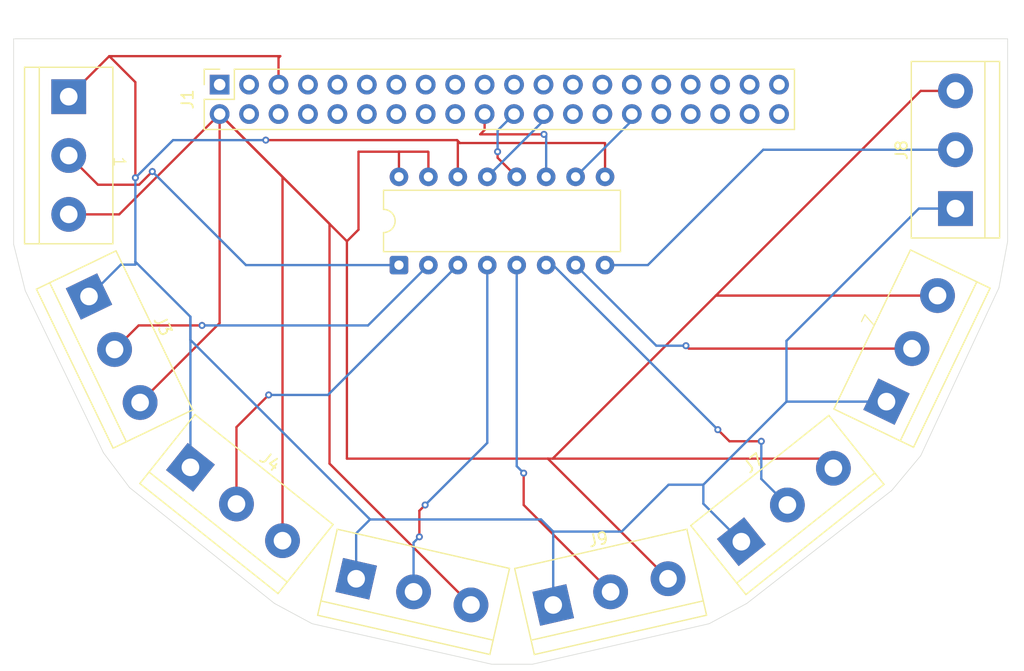
<source format=kicad_pcb>
(kicad_pcb (version 20241229) (generator "pcbnew") (generator_version "9.0")
  (layers (0 "F.Cu" signal) (2 "B.Cu" signal) (13 "F.Paste" user) (15 "B.Paste" user) (5 "F.SilkS" user "F.Silkscreen") (7 "B.SilkS" user "B.Silkscreen") (1 "F.Mask" user) (3 "B.Mask" user) (25 "Edge.Cuts" user))
  (net 0 "")
  (net 7 "Net-(J1-Pin_30)")
  (net 9 "Net-(J1-Pin_20)")
  (net 18 "Net-(J1-Pin_2)")
  (net 35 "Net-(J1-Pin_5)")
  (net 37 "Net-(J1-Pin_24)")
  (net 39 "Net-(J1-Pin_22)")
  (net 41 "Net-(J2-Pin_2)")
  (net 42 "Net-(J3-Pin_2)")
  (net 43 "Net-(J4-Pin_2)")
  (net 44 "Net-(J5-Pin_2)")
  (net 45 "Net-(J7-Pin_2)")
  (net 46 "Net-(J8-Pin_2)")
  (net 47 "Net-(J9-Pin_2)")
  (net 48 "Net-(J6-Pin_2)")
  (footprint "Connector_PinSocket_2.54mm:PinSocket_2x20_P2.54mm_Vertical" (layer "F.Cu") (at 37.52 15.21 90)
    (property "Reference" "J1" (at -1.27 -2.77 90) (layer "F.SilkS"))
    (property "Value" "Conn_02x20_Odd_Even")
    (fp_line (start 1.33 -1.33) (end 1.33 0) (stroke (width 0.12)) (layer "F.SilkS"))
    (fp_line (start 0 -1.33) (end 1.33 -1.33) (stroke (width 0.12)) (layer "F.SilkS"))
    (fp_line (start -1.27 -1.33) (end -1.27 1.27) (stroke (width 0.12)) (layer "F.SilkS"))
    (fp_line (start -3.87 -1.33) (end -1.27 -1.33) (stroke (width 0.12)) (layer "F.SilkS"))
    (fp_line (start -3.87 -1.33) (end -3.87 49.59) (stroke (width 0.12)) (layer "F.SilkS"))
    (fp_line (start 1.33 1.27) (end 1.33 49.59) (stroke (width 0.12)) (layer "F.SilkS"))
    (fp_line (start -1.27 1.27) (end 1.33 1.27) (stroke (width 0.12)) (layer "F.SilkS"))
    (fp_line (start -3.87 49.59) (end 1.33 49.59) (stroke (width 0.12)) (layer "F.SilkS"))
    (pad "1" thru_hole rect (at 0 0 90) (size 1.7 1.7) (drill 1) (layers "*.Cu" "*.Mask"))
    (pad "2" thru_hole circle (at -2.54 0 90) (size 1.7 1.7) (drill 1) (layers "*.Cu" "*.Mask") (net 18 "Net-(J1-Pin_2)"))
    (pad "3" thru_hole circle (at 0 2.54 90) (size 1.7 1.7) (drill 1) (layers "*.Cu" "*.Mask"))
    (pad "4" thru_hole circle (at -2.54 2.54 90) (size 1.7 1.7) (drill 1) (layers "*.Cu" "*.Mask"))
    (pad "5" thru_hole circle (at 0 5.08 90) (size 1.7 1.7) (drill 1) (layers "*.Cu" "*.Mask") (net 35 "Net-(J1-Pin_5)"))
    (pad "6" thru_hole circle (at -2.54 5.08 90) (size 1.7 1.7) (drill 1) (layers "*.Cu" "*.Mask"))
    (pad "7" thru_hole circle (at 0 7.62 90) (size 1.7 1.7) (drill 1) (layers "*.Cu" "*.Mask"))
    (pad "8" thru_hole circle (at -2.54 7.62 90) (size 1.7 1.7) (drill 1) (layers "*.Cu" "*.Mask"))
    (pad "9" thru_hole circle (at 0 10.16 90) (size 1.7 1.7) (drill 1) (layers "*.Cu" "*.Mask"))
    (pad "10" thru_hole circle (at -2.54 10.16 90) (size 1.7 1.7) (drill 1) (layers "*.Cu" "*.Mask"))
    (pad "11" thru_hole circle (at 0 12.7 90) (size 1.7 1.7) (drill 1) (layers "*.Cu" "*.Mask"))
    (pad "12" thru_hole circle (at -2.54 12.7 90) (size 1.7 1.7) (drill 1) (layers "*.Cu" "*.Mask"))
    (pad "13" thru_hole circle (at 0 15.24 90) (size 1.7 1.7) (drill 1) (layers "*.Cu" "*.Mask"))
    (pad "14" thru_hole circle (at -2.54 15.24 90) (size 1.7 1.7) (drill 1) (layers "*.Cu" "*.Mask"))
    (pad "15" thru_hole circle (at 0 17.78 90) (size 1.7 1.7) (drill 1) (layers "*.Cu" "*.Mask"))
    (pad "16" thru_hole circle (at -2.54 17.78 90) (size 1.7 1.7) (drill 1) (layers "*.Cu" "*.Mask"))
    (pad "17" thru_hole circle (at 0 20.32 90) (size 1.7 1.7) (drill 1) (layers "*.Cu" "*.Mask"))
    (pad "18" thru_hole circle (at -2.54 20.32 90) (size 1.7 1.7) (drill 1) (layers "*.Cu" "*.Mask"))
    (pad "19" thru_hole circle (at 0 22.86 90) (size 1.7 1.7) (drill 1) (layers "*.Cu" "*.Mask"))
    (pad "20" thru_hole circle (at -2.54 22.86 90) (size 1.7 1.7) (drill 1) (layers "*.Cu" "*.Mask") (net 9 "Net-(J1-Pin_20)"))
    (pad "21" thru_hole circle (at 0 25.4 90) (size 1.7 1.7) (drill 1) (layers "*.Cu" "*.Mask"))
    (pad "22" thru_hole circle (at -2.54 25.4 90) (size 1.7 1.7) (drill 1) (layers "*.Cu" "*.Mask") (net 39 "Net-(J1-Pin_22)"))
    (pad "23" thru_hole circle (at 0 27.94 90) (size 1.7 1.7) (drill 1) (layers "*.Cu" "*.Mask"))
    (pad "24" thru_hole circle (at -2.54 27.94 90) (size 1.7 1.7) (drill 1) (layers "*.Cu" "*.Mask") (net 37 "Net-(J1-Pin_24)"))
    (pad "25" thru_hole circle (at 0 30.48 90) (size 1.7 1.7) (drill 1) (layers "*.Cu" "*.Mask"))
    (pad "26" thru_hole circle (at -2.54 30.48 90) (size 1.7 1.7) (drill 1) (layers "*.Cu" "*.Mask"))
    (pad "27" thru_hole circle (at 0 33.02 90) (size 1.7 1.7) (drill 1) (layers "*.Cu" "*.Mask"))
    (pad "28" thru_hole circle (at -2.54 33.02 90) (size 1.7 1.7) (drill 1) (layers "*.Cu" "*.Mask"))
    (pad "29" thru_hole circle (at 0 35.56 90) (size 1.7 1.7) (drill 1) (layers "*.Cu" "*.Mask"))
    (pad "30" thru_hole circle (at -2.54 35.56 90) (size 1.7 1.7) (drill 1) (layers "*.Cu" "*.Mask") (net 7 "Net-(J1-Pin_30)"))
    (pad "31" thru_hole circle (at 0 38.1 90) (size 1.7 1.7) (drill 1) (layers "*.Cu" "*.Mask"))
    (pad "32" thru_hole circle (at -2.54 38.1 90) (size 1.7 1.7) (drill 1) (layers "*.Cu" "*.Mask"))
    (pad "33" thru_hole circle (at 0 40.64 90) (size 1.7 1.7) (drill 1) (layers "*.Cu" "*.Mask"))
    (pad "34" thru_hole circle (at -2.54 40.64 90) (size 1.7 1.7) (drill 1) (layers "*.Cu" "*.Mask"))
    (pad "35" thru_hole circle (at 0 43.18 90) (size 1.7 1.7) (drill 1) (layers "*.Cu" "*.Mask"))
    (pad "36" thru_hole circle (at -2.54 43.18 90) (size 1.7 1.7) (drill 1) (layers "*.Cu" "*.Mask"))
    (pad "37" thru_hole circle (at 0 45.72 90) (size 1.7 1.7) (drill 1) (layers "*.Cu" "*.Mask"))
    (pad "38" thru_hole circle (at -2.54 45.72 90) (size 1.7 1.7) (drill 1) (layers "*.Cu" "*.Mask"))
    (pad "39" thru_hole circle (at 0 48.26 90) (size 1.7 1.7) (drill 1) (layers "*.Cu" "*.Mask"))
    (pad "40" thru_hole circle (at -2.54 48.26 90) (size 1.7 1.7) (drill 1) (layers "*.Cu" "*.Mask"))
  )
  (footprint "TerminalBlock:TerminalBlock_bornier-3_P5.08mm" (layer "F.Cu") (at 101 25.91 90)
    (property "Reference" "J8" (at 5.05 -4.65 90) (layer "F.SilkS"))
    (property "Value" "Conn_01x03")
    (fp_line (start -2.54 -3.81) (end 12.7 -3.81) (stroke (width 0.12)) (layer "F.SilkS"))
    (fp_line (start -2.54 2.54) (end 12.7 2.54) (stroke (width 0.12)) (layer "F.SilkS"))
    (fp_line (start 12.7 3.81) (end 12.7 -3.81) (stroke (width 0.12)) (layer "F.SilkS"))
    (fp_line (start -2.54 3.81) (end -2.54 -3.81) (stroke (width 0.12)) (layer "F.SilkS"))
    (fp_line (start -2.54 3.81) (end 12.7 3.81) (stroke (width 0.12)) (layer "F.SilkS"))
    (pad "1" thru_hole rect (at 0 0 90) (size 3 3) (drill 1.52) (layers "*.Cu" "*.Mask") (net 35 "Net-(J1-Pin_5)"))
    (pad "2" thru_hole circle (at 5.08 0 90) (size 3 3) (drill 1.52) (layers "*.Cu" "*.Mask") (net 46 "Net-(J8-Pin_2)"))
    (pad "3" thru_hole circle (at 10.16 0 90) (size 3 3) (drill 1.52) (layers "*.Cu" "*.Mask") (net 18 "Net-(J1-Pin_2)"))
  )
  (footprint "TerminalBlock:TerminalBlock_bornier-3_P5.08mm" (layer "F.Cu") (at 24.5 16.25 -90)
    (property "Reference" "J2" (hide yes))
    (property "Value" "Conn_01x03")
    (fp_line (start -2.54 3.81) (end 12.7 3.81) (stroke (width 0.12)) (layer "F.SilkS"))
    (fp_line (start -2.54 3.81) (end -2.54 -3.81) (stroke (width 0.12)) (layer "F.SilkS"))
    (fp_line (start 12.7 3.81) (end 12.7 -3.81) (stroke (width 0.12)) (layer "F.SilkS"))
    (fp_line (start -2.54 2.54) (end 12.7 2.54) (stroke (width 0.12)) (layer "F.SilkS"))
    (fp_line (start -2.54 -3.81) (end 12.7 -3.81) (stroke (width 0.12)) (layer "F.SilkS"))
    (pad "1" thru_hole rect (at 0 0 270) (size 3 3) (drill 1.52) (layers "*.Cu" "*.Mask") (net 35 "Net-(J1-Pin_5)"))
    (pad "2" thru_hole circle (at 5.08 0 270) (size 3 3) (drill 1.52) (layers "*.Cu" "*.Mask") (net 41 "Net-(J2-Pin_2)"))
    (pad "3" thru_hole circle (at 10.16 0 270) (size 3 3) (drill 1.52) (layers "*.Cu" "*.Mask") (net 18 "Net-(J1-Pin_2)"))
  )
  (footprint "TerminalBlock:TerminalBlock_bornier-3_P5.08mm" (layer "F.Cu") (at 35 48.25 -38.56)
    (property "Reference" "J4" (at 5.05 -4.65 141.44) (layer "F.SilkS"))
    (property "Value" "Conn_01x03" (hide yes))
    (fp_line (start -2.54 3.81) (end -2.54 -3.81) (stroke (width 0.12)) (layer "F.SilkS"))
    (fp_line (start -2.54 3.81) (end 12.7 3.81) (stroke (width 0.12)) (layer "F.SilkS"))
    (fp_line (start -2.54 2.54) (end 12.7 2.54) (stroke (width 0.12)) (layer "F.SilkS"))
    (fp_line (start -2.54 -3.81) (end 12.7 -3.81) (stroke (width 0.12)) (layer "F.SilkS"))
    (fp_line (start 12.7 3.81) (end 12.7 -3.81) (stroke (width 0.12)) (layer "F.SilkS"))
    (pad "1" thru_hole rect (at 0 0 321.44) (size 3 3) (drill 1.52) (layers "*.Cu" "*.Mask") (net 35 "Net-(J1-Pin_5)"))
    (pad "2" thru_hole circle (at 5.08 0 321.44) (size 3 3) (drill 1.52) (layers "*.Cu" "*.Mask") (net 43 "Net-(J4-Pin_2)"))
    (pad "3" thru_hole circle (at 10.16 0 321.44) (size 3 3) (drill 1.52) (layers "*.Cu" "*.Mask") (net 18 "Net-(J1-Pin_2)"))
  )
  (footprint "TerminalBlock:TerminalBlock_bornier-3_P5.08mm" (layer "F.Cu") (at 82.529876 54.669309 38.6)
    (property "Reference" "J7" (at 5.05 -4.65 38.6) (layer "F.SilkS"))
    (property "Value" "Conn_01x03")
    (fp_line (start -2.54 -3.81) (end 12.7 -3.81) (stroke (width 0.12)) (layer "F.SilkS"))
    (fp_line (start -2.54 2.54) (end 12.7 2.54) (stroke (width 0.12)) (layer "F.SilkS"))
    (fp_line (start -2.54 3.81) (end -2.54 -3.81) (stroke (width 0.12)) (layer "F.SilkS"))
    (fp_line (start -2.54 3.81) (end 12.7 3.81) (stroke (width 0.12)) (layer "F.SilkS"))
    (fp_line (start 12.7 3.81) (end 12.7 -3.81) (stroke (width 0.12)) (layer "F.SilkS"))
    (pad "1" thru_hole rect (at 0 0 38.6) (size 3 3) (drill 1.52) (layers "*.Cu" "*.Mask") (net 35 "Net-(J1-Pin_5)"))
    (pad "2" thru_hole circle (at 5.08 0 38.6) (size 3 3) (drill 1.52) (layers "*.Cu" "*.Mask") (net 45 "Net-(J7-Pin_2)"))
    (pad "3" thru_hole circle (at 10.16 0 38.6) (size 3 3) (drill 1.52) (layers "*.Cu" "*.Mask") (net 18 "Net-(J1-Pin_2)"))
  )
  (footprint "Package_DIP:DIP-16_W7.62mm" (layer "F.Cu") (at 52.99 30.79 90)
    (property "Reference" "U1" (hide yes))
    (property "Value" "MCP3008")
    (fp_line (start 6.46 -1.33) (end 4.81 -1.33) (stroke (width 0.12)) (layer "F.SilkS"))
    (fp_line (start 2.81 -1.33) (end 1.16 -1.33) (stroke (width 0.12)) (layer "F.SilkS"))
    (fp_line (start 1.16 -1.33) (end 1.16 19.11) (stroke (width 0.12)) (layer "F.SilkS"))
    (fp_line (start 6.46 19.11) (end 6.46 -1.33) (stroke (width 0.12)) (layer "F.SilkS"))
    (fp_line (start 1.16 19.11) (end 6.46 19.11) (stroke (width 0.12)) (layer "F.SilkS"))
    (fp_arc (start 4.81 -1.33) (mid 3.81 -0.33) (end 2.81 -1.33) (stroke (width 0.12)) (layer "F.SilkS"))
    (pad "1" thru_hole roundrect (at 0 0 90) (size 1.6 1.6) (drill 0.8) (layers "*.Cu" "*.Mask") (roundrect_rratio 0.15625) (net 41 "Net-(J2-Pin_2)"))
    (pad "2" thru_hole circle (at 0 2.54 90) (size 1.6 1.6) (drill 0.8) (layers "*.Cu" "*.Mask") (net 42 "Net-(J3-Pin_2)"))
    (pad "3" thru_hole circle (at 0 5.08 90) (size 1.6 1.6) (drill 0.8) (layers "*.Cu" "*.Mask") (net 43 "Net-(J4-Pin_2)"))
    (pad "4" thru_hole circle (at 0 7.62 90) (size 1.6 1.6) (drill 0.8) (layers "*.Cu" "*.Mask") (net 44 "Net-(J5-Pin_2)"))
    (pad "5" thru_hole circle (at 0 10.16 90) (size 1.6 1.6) (drill 0.8) (layers "*.Cu" "*.Mask") (net 47 "Net-(J9-Pin_2)"))
    (pad "6" thru_hole circle (at 0 12.7 90) (size 1.6 1.6) (drill 0.8) (layers "*.Cu" "*.Mask") (net 45 "Net-(J7-Pin_2)"))
    (pad "7" thru_hole circle (at 0 15.24 90) (size 1.6 1.6) (drill 0.8) (layers "*.Cu" "*.Mask") (net 48 "Net-(J6-Pin_2)"))
    (pad "8" thru_hole circle (at 0 17.78 90) (size 1.6 1.6) (drill 0.8) (layers "*.Cu" "*.Mask") (net 46 "Net-(J8-Pin_2)"))
    (pad "9" thru_hole circle (at 7.62 17.78 90) (size 1.6 1.6) (drill 0.8) (layers "*.Cu" "*.Mask") (net 35 "Net-(J1-Pin_5)"))
    (pad "10" thru_hole circle (at 7.62 15.24 90) (size 1.6 1.6) (drill 0.8) (layers "*.Cu" "*.Mask") (net 7 "Net-(J1-Pin_30)"))
    (pad "11" thru_hole circle (at 7.62 12.7 90) (size 1.6 1.6) (drill 0.8) (layers "*.Cu" "*.Mask") (net 9 "Net-(J1-Pin_20)"))
    (pad "12" thru_hole circle (at 7.62 10.16 90) (size 1.6 1.6) (drill 0.8) (layers "*.Cu" "*.Mask") (net 39 "Net-(J1-Pin_22)"))
    (pad "13" thru_hole circle (at 7.62 7.62 90) (size 1.6 1.6) (drill 0.8) (layers "*.Cu" "*.Mask") (net 37 "Net-(J1-Pin_24)"))
    (pad "14" thru_hole circle (at 7.62 5.08 90) (size 1.6 1.6) (drill 0.8) (layers "*.Cu" "*.Mask") (net 35 "Net-(J1-Pin_5)"))
    (pad "15" thru_hole circle (at 7.62 2.54 90) (size 1.6 1.6) (drill 0.8) (layers "*.Cu" "*.Mask") (net 18 "Net-(J1-Pin_2)"))
    (pad "16" thru_hole circle (at 7.62 0 90) (size 1.6 1.6) (drill 0.8) (layers "*.Cu" "*.Mask") (net 18 "Net-(J1-Pin_2)"))
  )
  (footprint "TerminalBlock:TerminalBlock_bornier-3_P5.08mm" (layer "F.Cu") (at 49.297029 57.871076 -12.84)
    (property "Reference" "J5" (hide yes))
    (property "Value" "Conn_01x03" (hide yes))
    (fp_line (start -2.54 3.81) (end -2.54 -3.81) (stroke (width 0.12)) (layer "F.SilkS"))
    (fp_line (start -2.54 3.81) (end 12.7 3.81) (stroke (width 0.12)) (layer "F.SilkS"))
    (fp_line (start -2.54 2.54) (end 12.7 2.54) (stroke (width 0.12)) (layer "F.SilkS"))
    (fp_line (start -2.54 -3.81) (end 12.7 -3.81) (stroke (width 0.12)) (layer "F.SilkS"))
    (fp_line (start 12.7 3.81) (end 12.7 -3.81) (stroke (width 0.12)) (layer "F.SilkS"))
    (pad "1" thru_hole rect (at 0 0 347.16) (size 3 3) (drill 1.52) (layers "*.Cu" "*.Mask") (net 35 "Net-(J1-Pin_5)"))
    (pad "2" thru_hole circle (at 5.08 -0.000001 347.16) (size 3 3) (drill 1.52) (layers "*.Cu" "*.Mask") (net 44 "Net-(J5-Pin_2)"))
    (pad "3" thru_hole circle (at 10.16 0 347.16) (size 3 3) (drill 1.52) (layers "*.Cu" "*.Mask") (net 18 "Net-(J1-Pin_2)"))
  )
  (footprint "TerminalBlock:TerminalBlock_bornier-3_P5.08mm" (layer "F.Cu") (at 66.297818 60.132382 12.88)
    (property "Reference" "J9" (at 5.049999 -4.65 12.88) (layer "F.SilkS"))
    (property "Value" "Conn_01x03")
    (fp_line (start -2.54 -3.81) (end 12.7 -3.81) (stroke (width 0.12)) (layer "F.SilkS"))
    (fp_line (start -2.54 2.54) (end 12.7 2.54) (stroke (width 0.12)) (layer "F.SilkS"))
    (fp_line (start -2.54 3.81) (end -2.54 -3.81) (stroke (width 0.12)) (layer "F.SilkS"))
    (fp_line (start -2.54 3.81) (end 12.7 3.81) (stroke (width 0.12)) (layer "F.SilkS"))
    (fp_line (start 12.7 3.81) (end 12.7 -3.81) (stroke (width 0.12)) (layer "F.SilkS"))
    (pad "1" thru_hole rect (at 0 0 12.88) (size 3 3) (drill 1.52) (layers "*.Cu" "*.Mask") (net 35 "Net-(J1-Pin_5)"))
    (pad "2" thru_hole circle (at 5.08 0 12.88) (size 3 3) (drill 1.52) (layers "*.Cu" "*.Mask") (net 47 "Net-(J9-Pin_2)"))
    (pad "3" thru_hole circle (at 10.16 0 12.88) (size 3 3) (drill 1.52) (layers "*.Cu" "*.Mask") (net 18 "Net-(J1-Pin_2)"))
  )
  (footprint "TerminalBlock:TerminalBlock_bornier-3_P5.08mm" (layer "F.Cu") (at 26.25 33.5 -64.28)
    (property "Reference" "J3" (at 5.05 -4.65 115.72) (layer "F.SilkS"))
    (property "Value" "Conn_01x03" (hide yes))
    (fp_line (start -2.54 3.809999) (end 12.7 3.81) (stroke (width 0.12)) (layer "F.SilkS"))
    (fp_line (start -2.54 3.809999) (end -2.539999 -3.81) (stroke (width 0.12)) (layer "F.SilkS"))
    (fp_line (start -2.54 2.54) (end 12.7 2.54) (stroke (width 0.12)) (layer "F.SilkS"))
    (fp_line (start 12.7 3.81) (end 12.7 -3.81) (stroke (width 0.12)) (layer "F.SilkS"))
    (fp_line (start -2.539999 -3.81) (end 12.7 -3.81) (stroke (width 0.12)) (layer "F.SilkS"))
    (pad "1" thru_hole rect (at 0 0 295.72) (size 3 3) (drill 1.52) (layers "*.Cu" "*.Mask") (net 35 "Net-(J1-Pin_5)"))
    (pad "2" thru_hole circle (at 5.08 0 295.72) (size 3 3) (drill 1.52) (layers "*.Cu" "*.Mask") (net 42 "Net-(J3-Pin_2)"))
    (pad "3" thru_hole circle (at 10.16 0 295.72) (size 3 3) (drill 1.52) (layers "*.Cu" "*.Mask") (net 18 "Net-(J1-Pin_2)"))
  )
  (footprint "TerminalBlock:TerminalBlock_bornier-3_P5.08mm" (layer "F.Cu") (at 95.04853 42.578202 64.319)
    (property "Reference" "J6" (hide yes))
    (property "Value" "Conn_01x03")
    (fp_line (start -2.54 -3.81) (end 12.7 -3.81) (stroke (width 0.12)) (layer "F.SilkS"))
    (fp_line (start -2.54 2.54) (end 12.7 2.54) (stroke (width 0.12)) (layer "F.SilkS"))
    (fp_line (start -2.540001 3.81) (end -2.54 -3.81) (stroke (width 0.12)) (layer "F.SilkS"))
    (fp_line (start -2.540001 3.81) (end 12.7 3.81) (stroke (width 0.12)) (layer "F.SilkS"))
    (fp_line (start 12.7 3.81) (end 12.7 -3.81) (stroke (width 0.12)) (layer "F.SilkS"))
    (pad "1" thru_hole rect (at 0 0 64.319) (size 3 3) (drill 1.52) (layers "*.Cu" "*.Mask") (net 35 "Net-(J1-Pin_5)"))
    (pad "2" thru_hole circle (at 5.08 0 64.319) (size 3 3) (drill 1.52) (layers "*.Cu" "*.Mask") (net 48 "Net-(J6-Pin_2)"))
    (pad "3" thru_hole circle (at 10.16 0 64.319) (size 3 3) (drill 1.52) (layers "*.Cu" "*.Mask") (net 18 "Net-(J1-Pin_2)"))
  )
  (gr_line (start 105.5 11.25) (end 105.5 28.75) (stroke (width 0.05)) (layer "Edge.Cuts"))
  (gr_line (start 95.5 50.25) (end 83 60) (stroke (width 0.05)) (layer "Edge.Cuts"))
  (gr_line (start 64.5 65.25) (end 61 65.25) (stroke (width 0.05)) (layer "Edge.Cuts"))
  (gr_line (start 45.5 61.75) (end 42.25 60) (stroke (width 0.05)) (layer "Edge.Cuts"))
  (gr_line (start 42.25 60) (end 29.75 50) (stroke (width 0.05)) (layer "Edge.Cuts"))
  (gr_line (start 27.5 47) (end 20.75 33) (stroke (width 0.05)) (layer "Edge.Cuts"))
  (gr_line (start 19.75 29) (end 19.75 11.25) (stroke (width 0.05)) (layer "Edge.Cuts"))
  (gr_line (start 29.75 50) (end 27.5 47) (stroke (width 0.05)) (layer "Edge.Cuts"))
  (gr_line (start 19.75 11.25) (end 105.5 11.25) (stroke (width 0.05)) (layer "Edge.Cuts"))
  (gr_line (start 105.5 28.75) (end 104.75 32.75) (stroke (width 0.05)) (layer "Edge.Cuts"))
  (gr_line (start 83 60) (end 79.75 61.75) (stroke (width 0.05)) (layer "Edge.Cuts"))
  (gr_line (start 98 47.25) (end 95.5 50.25) (stroke (width 0.05)) (layer "Edge.Cuts"))
  (gr_line (start 104.75 32.75) (end 98 47.25) (stroke (width 0.05)) (layer "Edge.Cuts"))
  (gr_line (start 61 65.25) (end 45.5 61.75) (stroke (width 0.05)) (layer "Edge.Cuts"))
  (gr_line (start 20.75 33) (end 19.75 29) (stroke (width 0.05)) (layer "Edge.Cuts"))
  (gr_line (start 79.75 61.75) (end 64.5 65.25) (stroke (width 0.05)) (layer "Edge.Cuts"))
  (gr_text "7" (at 93.816349 36.348897 64.32) (layer "F.SilkS") (effects (font (size 1 1) (thickness 0.1)) (justify left bottom)))
  (gr_text "1" (at 28.31 21.33 270) (layer "F.SilkS") (effects (font (size 1 1) (thickness 0.1)) (justify left bottom)))
  (segment (start 68.23 23.17) (end 73.08 18.32) (width 0.2) (layer "B.Cu") (net 7))
  (segment (start 73.08 18.32) (end 73.08 17.75) (width 0.2) (layer "B.Cu") (net 7))
  (segment (start 60 19.5) (end 60.38 19.12) (width 0.2) (layer "F.Cu") (net 9))
  (segment (start 65.5 19.5) (end 60 19.5) (width 0.2) (layer "F.Cu") (net 9))
  (segment (start 60.38 19.12) (end 60.38 17.75) (width 0.2) (layer "F.Cu") (net 9))
  (via (at 65.5 19.5) (size 0.6) (drill 0.3) (layers "F.Cu" "B.Cu") (net 9))
  (segment (start 65.69 19.69) (end 65.5 19.5) (width 0.2) (layer "B.Cu") (net 9))
  (segment (start 65.69 23.17) (end 65.69 19.69) (width 0.2) (layer "B.Cu") (net 9))
  (segment (start 80.328201 33.421799) (end 99.45147 33.421799) (width 0.2) (layer "F.Cu") (net 18))
  (segment (start 52.99 23.17) (end 52.99 21.01) (width 0.2) (layer "F.Cu") (net 18))
  (segment (start 47 47.925952) (end 59.202973 60.128925) (width 0.2) (layer "F.Cu") (net 18))
  (segment (start 53 21) (end 52.99 21.01) (width 0.2) (layer "F.Cu") (net 18))
  (segment (start 37.52 17.75) (end 47 27.23) (width 0.2) (layer "F.Cu") (net 18))
  (segment (start 55.53 23.17) (end 55.53 21.03) (width 0.2) (layer "F.Cu") (net 18))
  (segment (start 42.944671 23.174671) (end 42.944671 54.583072) (width 0.2) (layer "F.Cu") (net 18))
  (segment (start 55.5 21) (end 53 21) (width 0.2) (layer "F.Cu") (net 18))
  (segment (start 66.25 47.5) (end 80.328201 33.421799) (width 0.2) (layer "F.Cu") (net 18))
  (segment (start 37.52 17.75) (end 42.944671 23.174671) (width 0.2) (layer "F.Cu") (net 18))
  (segment (start 48.5 47.5) (end 65.834565 47.5) (width 0.2) (layer "F.Cu") (net 18))
  (segment (start 55.53 21.03) (end 55.5 21) (width 0.2) (layer "F.Cu") (net 18))
  (segment (start 80.328201 33.421799) (end 98 15.75) (width 0.2) (layer "F.Cu") (net 18))
  (segment (start 98 15.75) (end 101 15.75) (width 0.2) (layer "F.Cu") (net 18))
  (segment (start 89.639432 47.5) (end 90.470124 48.330692) (width 0.2) (layer "F.Cu") (net 18))
  (segment (start 65.834565 47.5) (end 76.202183 57.867618) (width 0.2) (layer "F.Cu") (net 18))
  (segment (start 37.52 17.75) (end 28.86 26.41) (width 0.2) (layer "F.Cu") (net 18))
  (segment (start 37.52 17.75) (end 37.52 35.792576) (width 0.2) (layer "F.Cu") (net 18))
  (segment (start 53 21) (end 49.5 21) (width 0.2) (layer "F.Cu") (net 18))
  (segment (start 47 27.23) (end 47 47.925952) (width 0.2) (layer "F.Cu") (net 18))
  (segment (start 48.5 28.73) (end 48.5 47.5) (width 0.2) (layer "F.Cu") (net 18))
  (segment (start 37.52 17.75) (end 48.5 28.73) (width 0.2) (layer "F.Cu") (net 18))
  (segment (start 65.834565 47.5) (end 66.25 47.5) (width 0.2) (layer "F.Cu") (net 18))
  (segment (start 49.5 21) (end 49.5 27.73) (width 0.2) (layer "F.Cu") (net 18))
  (segment (start 37.52 35.792576) (end 30.659172 42.653404) (width 0.2) (layer "F.Cu") (net 18))
  (segment (start 28.86 26.41) (end 24.5 26.41) (width 0.2) (layer "F.Cu") (net 18))
  (segment (start 66.25 47.5) (end 89.639432 47.5) (width 0.2) (layer "F.Cu") (net 18))
  (segment (start 49.5 27.73) (end 48.5 28.73) (width 0.2) (layer "F.Cu") (net 18))
  (segment (start 30.25 15) (end 30.25 23.25) (width 0.2) (layer "F.Cu") (net 35))
  (segment (start 42.75 12.75) (end 28 12.75) (width 0.2) (layer "F.Cu") (net 35))
  (segment (start 42.6 12.9) (end 42.75 12.75) (width 0.2) (layer "F.Cu") (net 35))
  (segment (start 58.07 20.07) (end 58 20) (width 0.2) (layer "F.Cu") (net 35))
  (segment (start 42.6 15.21) (end 42.6 12.9) (width 0.2) (layer "F.Cu") (net 35))
  (segment (start 28 12.75) (end 24.5 16.25) (width 0.2) (layer "F.Cu") (net 35))
  (segment (start 28 12.75) (end 30.25 15) (width 0.2) (layer "F.Cu") (net 35))
  (segment (start 70.77 23.17) (end 70.77 20.27) (width 0.2) (layer "F.Cu") (net 35))
  (segment (start 58.25 20.25) (end 58 20) (width 0.2) (layer "F.Cu") (net 35))
  (segment (start 70.77 20.27) (end 70.75 20.25) (width 0.2) (layer "F.Cu") (net 35))
  (segment (start 41.25 20) (end 41.5 20) (width 0.2) (layer "F.Cu") (net 35))
  (segment (start 58 20) (end 41.5 20) (width 0.2) (layer "F.Cu") (net 35))
  (segment (start 58.07 23.17) (end 58.07 20.07) (width 0.2) (layer "F.Cu") (net 35))
  (segment (start 70.75 20.25) (end 58.25 20.25) (width 0.2) (layer "F.Cu") (net 35))
  (via (at 30.25 23.25) (size 0.6) (drill 0.3) (layers "F.Cu" "B.Cu") (net 35))
  (via (at 41.5 20) (size 0.6) (drill 0.3) (layers "F.Cu" "B.Cu") (net 35))
  (segment (start 86.421798 42.578202) (end 86.421798 37.328202) (width 0.2) (layer "B.Cu") (net 35))
  (segment (start 79.25 49.75) (end 79.25 51.389433) (width 0.2) (layer "B.Cu") (net 35))
  (segment (start 65.25 52.75) (end 66.297818 53.797818) (width 0.2) (layer "B.Cu") (net 35))
  (segment (start 35 35.25) (end 35 48.25) (width 0.2) (layer "B.Cu") (net 35))
  (segment (start 30.25 30.5) (end 35 35.25) (width 0.2) (layer "B.Cu") (net 35))
  (segment (start 30.25 30.75) (end 29 30.75) (width 0.2) (layer "B.Cu") (net 35))
  (segment (start 29 30.75) (end 26.25 33.5) (width 0.2) (layer "B.Cu") (net 35))
  (segment (start 79.25 49.75) (end 86.421798 42.578202) (width 0.2) (layer "B.Cu") (net 35))
  (segment (start 50.5 52.75) (end 49.297029 53.952971) (width 0.2) (layer "B.Cu") (net 35))
  (segment (start 41.5 20) (end 33.5 20) (width 0.2) (layer "B.Cu") (net 35))
  (segment (start 97.84 25.91) (end 101 25.91) (width 0.2) (layer "B.Cu") (net 35))
  (segment (start 35 37.25) (end 50.375 52.625) (width 0.2) (layer "B.Cu") (net 35))
  (segment (start 79.25 51.389433) (end 82.529876 54.669309) (width 0.2) (layer "B.Cu") (net 35))
  (segment (start 76.25 49.75) (end 79.25 49.75) (width 0.2) (layer "B.Cu") (net 35))
  (segment (start 30.25 23.25) (end 30.25 30.5) (width 0.2) (layer "B.Cu") (net 35))
  (segment (start 30.25 30.5) (end 30.25 30.75) (width 0.2) (layer "B.Cu") (net 35))
  (segment (start 66.297818 53.797818) (end 66.297818 60.132382) (width 0.2) (layer "B.Cu") (net 35))
  (segment (start 50.5 52.75) (end 65.25 52.75) (width 0.2) (layer "B.Cu") (net 35))
  (segment (start 50.375 52.625) (end 50.5 52.75) (width 0.2) (layer "B.Cu") (net 35))
  (segment (start 66.297818 53.797818) (end 72.202182 53.797818) (width 0.2) (layer "B.Cu") (net 35))
  (segment (start 33.5 20) (end 30.25 23.25) (width 0.2) (layer "B.Cu") (net 35))
  (segment (start 86.421798 42.578202) (end 95.04853 42.578202) (width 0.2) (layer "B.Cu") (net 35))
  (segment (start 86.421798 37.328202) (end 97.84 25.91) (width 0.2) (layer "B.Cu") (net 35))
  (segment (start 35 35.25) (end 35 37.25) (width 0.2) (layer "B.Cu") (net 35))
  (segment (start 49.297029 53.952971) (end 49.297029 57.871076) (width 0.2) (layer "B.Cu") (net 35))
  (segment (start 72.202182 53.797818) (end 76.25 49.75) (width 0.2) (layer "B.Cu") (net 35))
  (segment (start 60.61 23.17) (end 65.46 18.32) (width 0.2) (layer "B.Cu") (net 37))
  (segment (start 65.46 18.32) (end 65.46 17.75) (width 0.2) (layer "B.Cu") (net 37))
  (segment (start 63.15 23.17) (end 61.5 21.52) (width 0.2) (layer "F.Cu") (net 39))
  (segment (start 61.5 21.52) (end 61.5 21) (width 0.2) (layer "F.Cu") (net 39))
  (via (at 61.5 21) (size 0.6) (drill 0.3) (layers "F.Cu" "B.Cu") (net 39))
  (segment (start 61.5 21) (end 61.5 19.17) (width 0.2) (layer "B.Cu") (net 39))
  (segment (start 61.5 19.17) (end 62.92 17.75) (width 0.2) (layer "B.Cu") (net 39))
  (segment (start 30.57047 23.851) (end 27.021 23.851) (width 0.2) (layer "F.Cu") (net 41))
  (segment (start 27.021 23.851) (end 24.5 21.33) (width 0.2) (layer "F.Cu") (net 41))
  (segment (start 31.710735 22.710735) (end 30.57047 23.851) (width 0.2) (layer "F.Cu") (net 41))
  (via (at 31.710735 22.710735) (size 0.6) (drill 0.3) (layers "F.Cu" "B.Cu") (net 41))
  (segment (start 52.99 30.79) (end 39.79 30.79) (width 0.2) (layer "B.Cu") (net 41))
  (segment (start 39.79 30.79) (end 31.710735 22.710735) (width 0.2) (layer "B.Cu") (net 41))
  (segment (start 30.531288 36) (end 28.454586 38.076702) (width 0.2) (layer "F.Cu") (net 42))
  (segment (start 36 36) (end 30.531288 36) (width 0.2) (layer "F.Cu") (net 42))
  (via (at 36 36) (size 0.6) (drill 0.3) (layers "F.Cu" "B.Cu") (net 42))
  (segment (start 50.32 36) (end 36 36) (width 0.2) (layer "B.Cu") (net 42))
  (segment (start 55.53 30.79) (end 50.32 36) (width 0.2) (layer "B.Cu") (net 42))
  (segment (start 41.75 42) (end 38.972336 44.777664) (width 0.2) (layer "F.Cu") (net 43))
  (segment (start 38.972336 44.777664) (end 38.972336 51.416536) (width 0.2) (layer "F.Cu") (net 43))
  (via (at 41.75 42) (size 0.6) (drill 0.3) (layers "F.Cu" "B.Cu") (net 43))
  (segment (start 46.86 42) (end 41.75 42) (width 0.2) (layer "B.Cu") (net 43))
  (segment (start 58.07 30.79) (end 46.86 42) (width 0.2) (layer "B.Cu") (net 43))
  (segment (start 54.75 52) (end 54.75 54.25) (width 0.2) (layer "F.Cu") (net 44))
  (segment (start 55.25 51.5) (end 54.75 52) (width 0.2) (layer "F.Cu") (net 44))
  (via (at 54.75 54.25) (size 0.6) (drill 0.3) (layers "F.Cu" "B.Cu") (net 44))
  (via (at 55.25 51.5) (size 0.6) (drill 0.3) (layers "F.Cu" "B.Cu") (net 44))
  (segment (start 60.61 30.79) (end 60.61 46.14) (width 0.2) (layer "B.Cu") (net 44))
  (segment (start 54.75 54.25) (end 54.250001 54.749999) (width 0.2) (layer "B.Cu") (net 44))
  (segment (start 54.250001 54.749999) (end 54.250001 59) (width 0.2) (layer "B.Cu") (net 44))
  (segment (start 60.61 46.14) (end 55.25 51.5) (width 0.2) (layer "B.Cu") (net 44))
  (segment (start 81.5 46) (end 84.25 46) (width 0.2) (layer "F.Cu") (net 45))
  (segment (start 80.5 45) (end 81.5 46) (width 0.2) (layer "F.Cu") (net 45))
  (via (at 80.5 45) (size 0.6) (drill 0.3) (layers "F.Cu" "B.Cu") (net 45))
  (via (at 84.25 46) (size 0.6) (drill 0.3) (layers "F.Cu" "B.Cu") (net 45))
  (segment (start 84.25 46) (end 84.25 49.250001) (width 0.2) (layer "B.Cu") (net 45))
  (segment (start 66.29 30.79) (end 80.5 45) (width 0.2) (layer "B.Cu") (net 45))
  (segment (start 65.69 30.79) (end 66.29 30.79) (width 0.2) (layer "B.Cu") (net 45))
  (segment (start 84.25 49.250001) (end 86.5 51.500001) (width 0.2) (layer "B.Cu") (net 45))
  (segment (start 101 20.83) (end 84.42 20.83) (width 0.2) (layer "B.Cu") (net 46))
  (segment (start 74.46 30.79) (end 70.77 30.79) (width 0.2) (layer "B.Cu") (net 46))
  (segment (start 84.42 20.83) (end 74.46 30.79) (width 0.2) (layer "B.Cu") (net 46))
  (segment (start 63.75 51.5) (end 63.75 48.75) (width 0.2) (layer "F.Cu") (net 47))
  (segment (start 71.25 59) (end 63.75 51.5) (width 0.2) (layer "F.Cu") (net 47))
  (via (at 63.75 48.75) (size 0.6) (drill 0.3) (layers "F.Cu" "B.Cu") (net 47))
  (segment (start 63.15 48.15) (end 63.15 30.79) (width 0.2) (layer "B.Cu") (net 47))
  (segment (start 63.75 48.75) (end 63.15 48.15) (width 0.2) (layer "B.Cu") (net 47))
  (segment (start 97.25 38) (end 78 38) (width 0.2) (layer "F.Cu") (net 48))
  (segment (start 78 38) (end 77.75 37.75) (width 0.2) (layer "F.Cu") (net 48))
  (via (at 77.75 37.75) (size 0.6) (drill 0.3) (layers "F.Cu" "B.Cu") (net 48))
  (segment (start 77.75 37.75) (end 75.19 37.75) (width 0.2) (layer "B.Cu") (net 48))
  (segment (start 75.19 37.75) (end 68.23 30.79) (width 0.2) (layer "B.Cu") (net 48))
)
</source>
